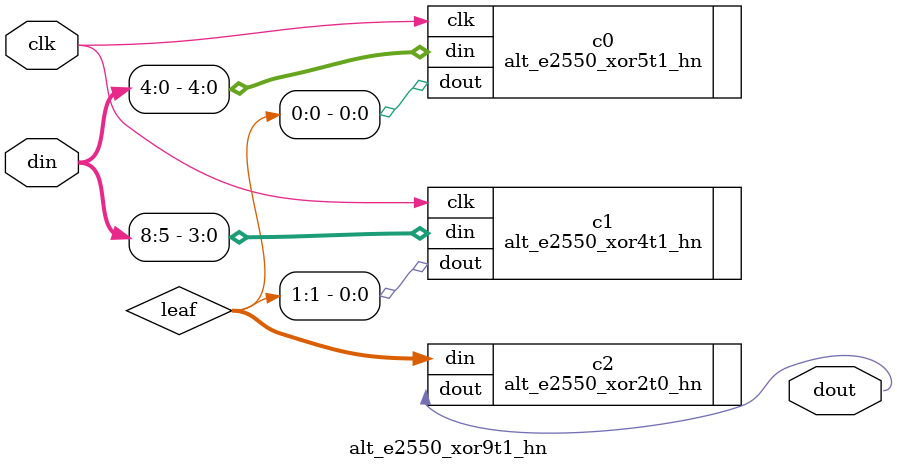
<source format=sv>


`timescale 1ps/1ps


module alt_e2550_xor9t1_hn #(
//    parameter SIM_EMULATE = 1'b0
) (
    input clk,
    input [8:0] din,
    output dout
);

wire [1:0] leaf;

alt_e2550_xor5t1_hn c0 (
    .clk(clk),
    .din(din[4:0]),
    .dout(leaf[0])
);
//defparam c0 .SIM_EMULATE = SIM_EMULATE;

alt_e2550_xor4t1_hn c1 (
    .clk(clk),
    .din(din[8:5]),
    .dout(leaf[1])
);
//defparam c1 .SIM_EMULATE = SIM_EMULATE;

alt_e2550_xor2t0_hn c2 (
    .din(leaf),
    .dout(dout)
);
//defparam c2 .SIM_EMULATE = SIM_EMULATE;

endmodule


</source>
